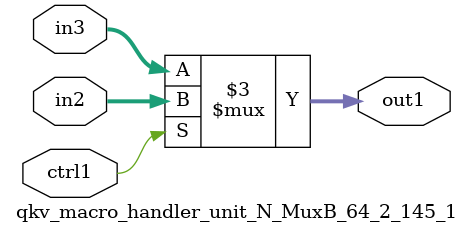
<source format=v>

`timescale 1ps / 1ps


module qkv_macro_handler_unit_N_MuxB_64_2_145_1( in3, in2, ctrl1, out1 );

    input [63:0] in3;
    input [63:0] in2;
    input ctrl1;
    output [63:0] out1;
    reg [63:0] out1;

    
    // rtl_process:qkv_macro_handler_unit_N_MuxB_64_2_145_1/qkv_macro_handler_unit_N_MuxB_64_2_145_1_thread_1
    always @*
      begin : qkv_macro_handler_unit_N_MuxB_64_2_145_1_thread_1
        case (ctrl1) 
          1'b1: 
            begin
              out1 = in2;
            end
          default: 
            begin
              out1 = in3;
            end
        endcase
      end

endmodule



</source>
